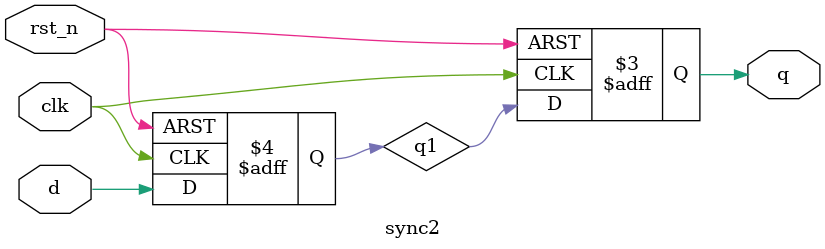
<source format=sv>
module sync2 (
 input logic clk, 
 input logic rst_n,
 input logic d,
 output logic q
);

logic q1; // 1st stage ff output

always_ff @(posedge clk or negedge rst_n)
    if (!rst_n) 
        {q,q1} <= '0;
    else 
        {q,q1} <= {q1,d};

endmodule
</source>
